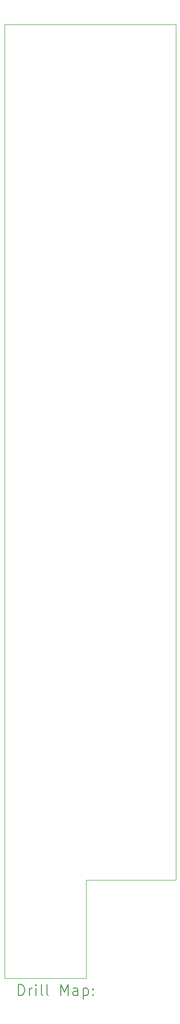
<source format=gbr>
%TF.GenerationSoftware,KiCad,Pcbnew,9.0.0*%
%TF.CreationDate,2025-04-19T14:08:37+02:00*%
%TF.ProjectId,DMH_Tripple_VCA_PCB_2,444d485f-5472-4697-9070-6c655f564341,1*%
%TF.SameCoordinates,Original*%
%TF.FileFunction,Drillmap*%
%TF.FilePolarity,Positive*%
%FSLAX45Y45*%
G04 Gerber Fmt 4.5, Leading zero omitted, Abs format (unit mm)*
G04 Created by KiCad (PCBNEW 9.0.0) date 2025-04-19 14:08:37*
%MOMM*%
%LPD*%
G01*
G04 APERTURE LIST*
%ADD10C,0.050000*%
%ADD11C,0.200000*%
G04 APERTURE END LIST*
D10*
X6750000Y-4250000D02*
X6750000Y-21750000D01*
X9900000Y-19950000D02*
X8250000Y-19950000D01*
X8250000Y-21750000D02*
X8250000Y-19950000D01*
X6750000Y-21750000D02*
X8250000Y-21750000D01*
X9900000Y-4250000D02*
X9900000Y-19950000D01*
X6750000Y-4250000D02*
X9900000Y-4250000D01*
D11*
X7008277Y-22063984D02*
X7008277Y-21863984D01*
X7008277Y-21863984D02*
X7055896Y-21863984D01*
X7055896Y-21863984D02*
X7084467Y-21873508D01*
X7084467Y-21873508D02*
X7103515Y-21892555D01*
X7103515Y-21892555D02*
X7113039Y-21911603D01*
X7113039Y-21911603D02*
X7122562Y-21949698D01*
X7122562Y-21949698D02*
X7122562Y-21978270D01*
X7122562Y-21978270D02*
X7113039Y-22016365D01*
X7113039Y-22016365D02*
X7103515Y-22035412D01*
X7103515Y-22035412D02*
X7084467Y-22054460D01*
X7084467Y-22054460D02*
X7055896Y-22063984D01*
X7055896Y-22063984D02*
X7008277Y-22063984D01*
X7208277Y-22063984D02*
X7208277Y-21930650D01*
X7208277Y-21968746D02*
X7217801Y-21949698D01*
X7217801Y-21949698D02*
X7227324Y-21940174D01*
X7227324Y-21940174D02*
X7246372Y-21930650D01*
X7246372Y-21930650D02*
X7265420Y-21930650D01*
X7332086Y-22063984D02*
X7332086Y-21930650D01*
X7332086Y-21863984D02*
X7322562Y-21873508D01*
X7322562Y-21873508D02*
X7332086Y-21883031D01*
X7332086Y-21883031D02*
X7341610Y-21873508D01*
X7341610Y-21873508D02*
X7332086Y-21863984D01*
X7332086Y-21863984D02*
X7332086Y-21883031D01*
X7455896Y-22063984D02*
X7436848Y-22054460D01*
X7436848Y-22054460D02*
X7427324Y-22035412D01*
X7427324Y-22035412D02*
X7427324Y-21863984D01*
X7560658Y-22063984D02*
X7541610Y-22054460D01*
X7541610Y-22054460D02*
X7532086Y-22035412D01*
X7532086Y-22035412D02*
X7532086Y-21863984D01*
X7789229Y-22063984D02*
X7789229Y-21863984D01*
X7789229Y-21863984D02*
X7855896Y-22006841D01*
X7855896Y-22006841D02*
X7922562Y-21863984D01*
X7922562Y-21863984D02*
X7922562Y-22063984D01*
X8103515Y-22063984D02*
X8103515Y-21959222D01*
X8103515Y-21959222D02*
X8093991Y-21940174D01*
X8093991Y-21940174D02*
X8074943Y-21930650D01*
X8074943Y-21930650D02*
X8036848Y-21930650D01*
X8036848Y-21930650D02*
X8017801Y-21940174D01*
X8103515Y-22054460D02*
X8084467Y-22063984D01*
X8084467Y-22063984D02*
X8036848Y-22063984D01*
X8036848Y-22063984D02*
X8017801Y-22054460D01*
X8017801Y-22054460D02*
X8008277Y-22035412D01*
X8008277Y-22035412D02*
X8008277Y-22016365D01*
X8008277Y-22016365D02*
X8017801Y-21997317D01*
X8017801Y-21997317D02*
X8036848Y-21987793D01*
X8036848Y-21987793D02*
X8084467Y-21987793D01*
X8084467Y-21987793D02*
X8103515Y-21978270D01*
X8198753Y-21930650D02*
X8198753Y-22130650D01*
X8198753Y-21940174D02*
X8217801Y-21930650D01*
X8217801Y-21930650D02*
X8255896Y-21930650D01*
X8255896Y-21930650D02*
X8274943Y-21940174D01*
X8274943Y-21940174D02*
X8284467Y-21949698D01*
X8284467Y-21949698D02*
X8293991Y-21968746D01*
X8293991Y-21968746D02*
X8293991Y-22025889D01*
X8293991Y-22025889D02*
X8284467Y-22044936D01*
X8284467Y-22044936D02*
X8274943Y-22054460D01*
X8274943Y-22054460D02*
X8255896Y-22063984D01*
X8255896Y-22063984D02*
X8217801Y-22063984D01*
X8217801Y-22063984D02*
X8198753Y-22054460D01*
X8379705Y-22044936D02*
X8389229Y-22054460D01*
X8389229Y-22054460D02*
X8379705Y-22063984D01*
X8379705Y-22063984D02*
X8370182Y-22054460D01*
X8370182Y-22054460D02*
X8379705Y-22044936D01*
X8379705Y-22044936D02*
X8379705Y-22063984D01*
X8379705Y-21940174D02*
X8389229Y-21949698D01*
X8389229Y-21949698D02*
X8379705Y-21959222D01*
X8379705Y-21959222D02*
X8370182Y-21949698D01*
X8370182Y-21949698D02*
X8379705Y-21940174D01*
X8379705Y-21940174D02*
X8379705Y-21959222D01*
M02*

</source>
